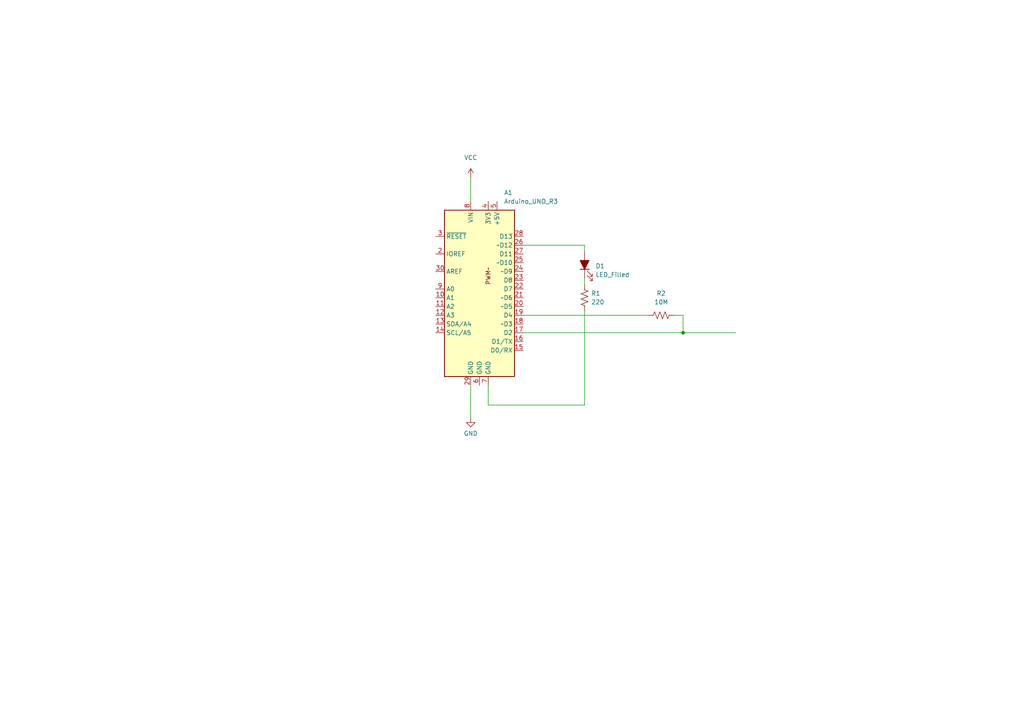
<source format=kicad_sch>
(kicad_sch (version 20211123) (generator eeschema)

  (uuid e63e39d7-6ac0-4ffd-8aa3-1841a4541b55)

  (paper "A4")

  (lib_symbols
    (symbol "Arduino:Arduino_UNO_R3" (in_bom yes) (on_board yes)
      (property "Reference" "A" (id 0) (at -10.16 23.495 0)
        (effects (font (size 1.27 1.27)) (justify left bottom))
      )
      (property "Value" "Arduino_UNO_R3" (id 1) (at 5.08 -26.67 0)
        (effects (font (size 1.27 1.27)) (justify left top))
      )
      (property "Footprint" "Module:Arduino_UNO_R3" (id 2) (at 0 0 90)
        (effects (font (size 1.27 1.27) italic) hide)
      )
      (property "Datasheet" "https://www.arduino.cc/en/Main/arduinoBoardUno" (id 3) (at 43.18 -45.72 0)
        (effects (font (size 1.27 1.27)) hide)
      )
      (property "ki_keywords" "Arduino UNO R3 Microcontroller Module Atmel AVR USB" (id 4) (at 0 0 0)
        (effects (font (size 1.27 1.27)) hide)
      )
      (property "ki_description" "Arduino UNO Microcontroller Module, release 3" (id 5) (at 0 0 0)
        (effects (font (size 1.27 1.27)) hide)
      )
      (property "ki_fp_filters" "Arduino*UNO*R3*" (id 6) (at 0 0 0)
        (effects (font (size 1.27 1.27)) hide)
      )
      (symbol "Arduino_UNO_R3_0_0"
        (text "PWM~" (at 2.54 3.81 900)
          (effects (font (size 1.27 1.27)))
        )
      )
      (symbol "Arduino_UNO_R3_0_1"
        (rectangle (start -10.16 22.86) (end 10.16 -25.4)
          (stroke (width 0.254) (type default) (color 0 0 0 0))
          (fill (type background))
        )
      )
      (symbol "Arduino_UNO_R3_1_1"
        (pin bidirectional line (at -12.7 -2.54 0) (length 2.54)
          (name "A1" (effects (font (size 1.27 1.27))))
          (number "10" (effects (font (size 1.27 1.27))))
        )
        (pin bidirectional line (at -12.7 -5.08 0) (length 2.54)
          (name "A2" (effects (font (size 1.27 1.27))))
          (number "11" (effects (font (size 1.27 1.27))))
        )
        (pin bidirectional line (at -12.7 -7.62 0) (length 2.54)
          (name "A3" (effects (font (size 1.27 1.27))))
          (number "12" (effects (font (size 1.27 1.27))))
        )
        (pin bidirectional line (at -12.7 -10.16 0) (length 2.54)
          (name "SDA/A4" (effects (font (size 1.27 1.27))))
          (number "13" (effects (font (size 1.27 1.27))))
        )
        (pin bidirectional line (at -12.7 -12.7 0) (length 2.54)
          (name "SCL/A5" (effects (font (size 1.27 1.27))))
          (number "14" (effects (font (size 1.27 1.27))))
        )
        (pin bidirectional line (at 12.7 -17.78 180) (length 2.54)
          (name "D0/RX" (effects (font (size 1.27 1.27))))
          (number "15" (effects (font (size 1.27 1.27))))
        )
        (pin bidirectional line (at 12.7 -15.24 180) (length 2.54)
          (name "D1/TX" (effects (font (size 1.27 1.27))))
          (number "16" (effects (font (size 1.27 1.27))))
        )
        (pin bidirectional line (at 12.7 -12.7 180) (length 2.54)
          (name "D2" (effects (font (size 1.27 1.27))))
          (number "17" (effects (font (size 1.27 1.27))))
        )
        (pin bidirectional line (at 12.7 -10.16 180) (length 2.54)
          (name "~D3" (effects (font (size 1.27 1.27))))
          (number "18" (effects (font (size 1.27 1.27))))
        )
        (pin bidirectional line (at 12.7 -7.62 180) (length 2.54)
          (name "D4" (effects (font (size 1.27 1.27))))
          (number "19" (effects (font (size 1.27 1.27))))
        )
        (pin output line (at -12.7 10.16 0) (length 2.54)
          (name "IOREF" (effects (font (size 1.27 1.27))))
          (number "2" (effects (font (size 1.27 1.27))))
        )
        (pin bidirectional line (at 12.7 -5.08 180) (length 2.54)
          (name "~D5" (effects (font (size 1.27 1.27))))
          (number "20" (effects (font (size 1.27 1.27))))
        )
        (pin bidirectional line (at 12.7 -2.54 180) (length 2.54)
          (name "~D6" (effects (font (size 1.27 1.27))))
          (number "21" (effects (font (size 1.27 1.27))))
        )
        (pin bidirectional line (at 12.7 0 180) (length 2.54)
          (name "D7" (effects (font (size 1.27 1.27))))
          (number "22" (effects (font (size 1.27 1.27))))
        )
        (pin bidirectional line (at 12.7 2.54 180) (length 2.54)
          (name "D8" (effects (font (size 1.27 1.27))))
          (number "23" (effects (font (size 1.27 1.27))))
        )
        (pin bidirectional line (at 12.7 5.08 180) (length 2.54)
          (name "~D9" (effects (font (size 1.27 1.27))))
          (number "24" (effects (font (size 1.27 1.27))))
        )
        (pin bidirectional line (at 12.7 7.62 180) (length 2.54)
          (name "~D10" (effects (font (size 1.27 1.27))))
          (number "25" (effects (font (size 1.27 1.27))))
        )
        (pin bidirectional line (at 12.7 12.7 180) (length 2.54)
          (name "~D12" (effects (font (size 1.27 1.27))))
          (number "26" (effects (font (size 1.27 1.27))))
        )
        (pin bidirectional line (at 12.7 10.16 180) (length 2.54)
          (name "D11" (effects (font (size 1.27 1.27))))
          (number "27" (effects (font (size 1.27 1.27))))
        )
        (pin bidirectional line (at 12.7 15.24 180) (length 2.54)
          (name "D13" (effects (font (size 1.27 1.27))))
          (number "28" (effects (font (size 1.27 1.27))))
        )
        (pin power_in line (at -2.54 -27.94 90) (length 2.54)
          (name "GND" (effects (font (size 1.27 1.27))))
          (number "29" (effects (font (size 1.27 1.27))))
        )
        (pin input line (at -12.7 15.24 0) (length 2.54)
          (name "~{RESET}" (effects (font (size 1.27 1.27))))
          (number "3" (effects (font (size 1.27 1.27))))
        )
        (pin input line (at -12.7 5.08 0) (length 2.54)
          (name "AREF" (effects (font (size 1.27 1.27))))
          (number "30" (effects (font (size 1.27 1.27))))
        )
        (pin power_out line (at 2.54 25.4 270) (length 2.54)
          (name "3V3" (effects (font (size 1.27 1.27))))
          (number "4" (effects (font (size 1.27 1.27))))
        )
        (pin power_out line (at 5.08 25.4 270) (length 2.54)
          (name "+5V" (effects (font (size 1.27 1.27))))
          (number "5" (effects (font (size 1.27 1.27))))
        )
        (pin power_in line (at 0 -27.94 90) (length 2.54)
          (name "GND" (effects (font (size 1.27 1.27))))
          (number "6" (effects (font (size 1.27 1.27))))
        )
        (pin power_in line (at 2.54 -27.94 90) (length 2.54)
          (name "GND" (effects (font (size 1.27 1.27))))
          (number "7" (effects (font (size 1.27 1.27))))
        )
        (pin power_in line (at -2.54 25.4 270) (length 2.54)
          (name "VIN" (effects (font (size 1.27 1.27))))
          (number "8" (effects (font (size 1.27 1.27))))
        )
        (pin bidirectional line (at -12.7 0 0) (length 2.54)
          (name "A0" (effects (font (size 1.27 1.27))))
          (number "9" (effects (font (size 1.27 1.27))))
        )
      )
    )
    (symbol "Device:LED_Filled" (pin_numbers hide) (pin_names (offset 1.016) hide) (in_bom yes) (on_board yes)
      (property "Reference" "D" (id 0) (at 0 2.54 0)
        (effects (font (size 1.27 1.27)))
      )
      (property "Value" "LED_Filled" (id 1) (at 0 -2.54 0)
        (effects (font (size 1.27 1.27)))
      )
      (property "Footprint" "" (id 2) (at 0 0 0)
        (effects (font (size 1.27 1.27)) hide)
      )
      (property "Datasheet" "~" (id 3) (at 0 0 0)
        (effects (font (size 1.27 1.27)) hide)
      )
      (property "ki_keywords" "LED diode" (id 4) (at 0 0 0)
        (effects (font (size 1.27 1.27)) hide)
      )
      (property "ki_description" "Light emitting diode, filled shape" (id 5) (at 0 0 0)
        (effects (font (size 1.27 1.27)) hide)
      )
      (property "ki_fp_filters" "LED* LED_SMD:* LED_THT:*" (id 6) (at 0 0 0)
        (effects (font (size 1.27 1.27)) hide)
      )
      (symbol "LED_Filled_0_1"
        (polyline
          (pts
            (xy -1.27 -1.27)
            (xy -1.27 1.27)
          )
          (stroke (width 0.254) (type default) (color 0 0 0 0))
          (fill (type none))
        )
        (polyline
          (pts
            (xy -1.27 0)
            (xy 1.27 0)
          )
          (stroke (width 0) (type default) (color 0 0 0 0))
          (fill (type none))
        )
        (polyline
          (pts
            (xy 1.27 -1.27)
            (xy 1.27 1.27)
            (xy -1.27 0)
            (xy 1.27 -1.27)
          )
          (stroke (width 0.254) (type default) (color 0 0 0 0))
          (fill (type outline))
        )
        (polyline
          (pts
            (xy -3.048 -0.762)
            (xy -4.572 -2.286)
            (xy -3.81 -2.286)
            (xy -4.572 -2.286)
            (xy -4.572 -1.524)
          )
          (stroke (width 0) (type default) (color 0 0 0 0))
          (fill (type none))
        )
        (polyline
          (pts
            (xy -1.778 -0.762)
            (xy -3.302 -2.286)
            (xy -2.54 -2.286)
            (xy -3.302 -2.286)
            (xy -3.302 -1.524)
          )
          (stroke (width 0) (type default) (color 0 0 0 0))
          (fill (type none))
        )
      )
      (symbol "LED_Filled_1_1"
        (pin passive line (at -3.81 0 0) (length 2.54)
          (name "K" (effects (font (size 1.27 1.27))))
          (number "1" (effects (font (size 1.27 1.27))))
        )
        (pin passive line (at 3.81 0 180) (length 2.54)
          (name "A" (effects (font (size 1.27 1.27))))
          (number "2" (effects (font (size 1.27 1.27))))
        )
      )
    )
    (symbol "Device:R_US" (pin_numbers hide) (pin_names (offset 0)) (in_bom yes) (on_board yes)
      (property "Reference" "R" (id 0) (at 2.54 0 90)
        (effects (font (size 1.27 1.27)))
      )
      (property "Value" "R_US" (id 1) (at -2.54 0 90)
        (effects (font (size 1.27 1.27)))
      )
      (property "Footprint" "" (id 2) (at 1.016 -0.254 90)
        (effects (font (size 1.27 1.27)) hide)
      )
      (property "Datasheet" "~" (id 3) (at 0 0 0)
        (effects (font (size 1.27 1.27)) hide)
      )
      (property "ki_keywords" "R res resistor" (id 4) (at 0 0 0)
        (effects (font (size 1.27 1.27)) hide)
      )
      (property "ki_description" "Resistor, US symbol" (id 5) (at 0 0 0)
        (effects (font (size 1.27 1.27)) hide)
      )
      (property "ki_fp_filters" "R_*" (id 6) (at 0 0 0)
        (effects (font (size 1.27 1.27)) hide)
      )
      (symbol "R_US_0_1"
        (polyline
          (pts
            (xy 0 -2.286)
            (xy 0 -2.54)
          )
          (stroke (width 0) (type default) (color 0 0 0 0))
          (fill (type none))
        )
        (polyline
          (pts
            (xy 0 2.286)
            (xy 0 2.54)
          )
          (stroke (width 0) (type default) (color 0 0 0 0))
          (fill (type none))
        )
        (polyline
          (pts
            (xy 0 -0.762)
            (xy 1.016 -1.143)
            (xy 0 -1.524)
            (xy -1.016 -1.905)
            (xy 0 -2.286)
          )
          (stroke (width 0) (type default) (color 0 0 0 0))
          (fill (type none))
        )
        (polyline
          (pts
            (xy 0 0.762)
            (xy 1.016 0.381)
            (xy 0 0)
            (xy -1.016 -0.381)
            (xy 0 -0.762)
          )
          (stroke (width 0) (type default) (color 0 0 0 0))
          (fill (type none))
        )
        (polyline
          (pts
            (xy 0 2.286)
            (xy 1.016 1.905)
            (xy 0 1.524)
            (xy -1.016 1.143)
            (xy 0 0.762)
          )
          (stroke (width 0) (type default) (color 0 0 0 0))
          (fill (type none))
        )
      )
      (symbol "R_US_1_1"
        (pin passive line (at 0 3.81 270) (length 1.27)
          (name "~" (effects (font (size 1.27 1.27))))
          (number "1" (effects (font (size 1.27 1.27))))
        )
        (pin passive line (at 0 -3.81 90) (length 1.27)
          (name "~" (effects (font (size 1.27 1.27))))
          (number "2" (effects (font (size 1.27 1.27))))
        )
      )
    )
    (symbol "power:GND" (power) (pin_names (offset 0)) (in_bom yes) (on_board yes)
      (property "Reference" "#PWR" (id 0) (at 0 -6.35 0)
        (effects (font (size 1.27 1.27)) hide)
      )
      (property "Value" "GND" (id 1) (at 0 -3.81 0)
        (effects (font (size 1.27 1.27)))
      )
      (property "Footprint" "" (id 2) (at 0 0 0)
        (effects (font (size 1.27 1.27)) hide)
      )
      (property "Datasheet" "" (id 3) (at 0 0 0)
        (effects (font (size 1.27 1.27)) hide)
      )
      (property "ki_keywords" "power-flag" (id 4) (at 0 0 0)
        (effects (font (size 1.27 1.27)) hide)
      )
      (property "ki_description" "Power symbol creates a global label with name \"GND\" , ground" (id 5) (at 0 0 0)
        (effects (font (size 1.27 1.27)) hide)
      )
      (symbol "GND_0_1"
        (polyline
          (pts
            (xy 0 0)
            (xy 0 -1.27)
            (xy 1.27 -1.27)
            (xy 0 -2.54)
            (xy -1.27 -1.27)
            (xy 0 -1.27)
          )
          (stroke (width 0) (type default) (color 0 0 0 0))
          (fill (type none))
        )
      )
      (symbol "GND_1_1"
        (pin power_in line (at 0 0 270) (length 0) hide
          (name "GND" (effects (font (size 1.27 1.27))))
          (number "1" (effects (font (size 1.27 1.27))))
        )
      )
    )
    (symbol "power:VCC" (power) (pin_names (offset 0)) (in_bom yes) (on_board yes)
      (property "Reference" "#PWR" (id 0) (at 0 -3.81 0)
        (effects (font (size 1.27 1.27)) hide)
      )
      (property "Value" "VCC" (id 1) (at 0 3.81 0)
        (effects (font (size 1.27 1.27)))
      )
      (property "Footprint" "" (id 2) (at 0 0 0)
        (effects (font (size 1.27 1.27)) hide)
      )
      (property "Datasheet" "" (id 3) (at 0 0 0)
        (effects (font (size 1.27 1.27)) hide)
      )
      (property "ki_keywords" "power-flag" (id 4) (at 0 0 0)
        (effects (font (size 1.27 1.27)) hide)
      )
      (property "ki_description" "Power symbol creates a global label with name \"VCC\"" (id 5) (at 0 0 0)
        (effects (font (size 1.27 1.27)) hide)
      )
      (symbol "VCC_0_1"
        (polyline
          (pts
            (xy -0.762 1.27)
            (xy 0 2.54)
          )
          (stroke (width 0) (type default) (color 0 0 0 0))
          (fill (type none))
        )
        (polyline
          (pts
            (xy 0 0)
            (xy 0 2.54)
          )
          (stroke (width 0) (type default) (color 0 0 0 0))
          (fill (type none))
        )
        (polyline
          (pts
            (xy 0 2.54)
            (xy 0.762 1.27)
          )
          (stroke (width 0) (type default) (color 0 0 0 0))
          (fill (type none))
        )
      )
      (symbol "VCC_1_1"
        (pin power_in line (at 0 0 90) (length 0) hide
          (name "VCC" (effects (font (size 1.27 1.27))))
          (number "1" (effects (font (size 1.27 1.27))))
        )
      )
    )
  )

  (junction (at 198.12 96.52) (diameter 0) (color 0 0 0 0)
    (uuid 82030ebe-2af2-4ff6-97a8-7ff9a754f77b)
  )

  (wire (pts (xy 151.765 96.52) (xy 198.12 96.52))
    (stroke (width 0) (type default) (color 0 0 0 0))
    (uuid 1cdd8f61-91d6-404a-9684-659f8bf57fc2)
  )
  (wire (pts (xy 195.58 91.44) (xy 198.12 91.44))
    (stroke (width 0) (type default) (color 0 0 0 0))
    (uuid 20c3f022-5079-4eae-9900-28b461c3aa7f)
  )
  (wire (pts (xy 169.545 71.12) (xy 169.545 73.025))
    (stroke (width 0) (type default) (color 0 0 0 0))
    (uuid 4d52a372-9420-451c-af50-8f5f380e48e0)
  )
  (wire (pts (xy 136.525 51.435) (xy 136.525 58.42))
    (stroke (width 0) (type default) (color 0 0 0 0))
    (uuid 62481466-de7d-411e-b3f7-ccc889ed8db0)
  )
  (wire (pts (xy 198.12 96.52) (xy 213.36 96.52))
    (stroke (width 0) (type default) (color 0 0 0 0))
    (uuid 631af932-3037-42ba-bbda-83f0e7a592d3)
  )
  (wire (pts (xy 169.545 80.645) (xy 169.545 82.55))
    (stroke (width 0) (type default) (color 0 0 0 0))
    (uuid 8630b84c-977d-46f6-b361-9f09f17539a8)
  )
  (wire (pts (xy 169.545 90.17) (xy 169.545 117.475))
    (stroke (width 0) (type default) (color 0 0 0 0))
    (uuid 9498e696-544f-4a25-bc22-1d554d4dc8fd)
  )
  (wire (pts (xy 151.765 91.44) (xy 187.96 91.44))
    (stroke (width 0) (type default) (color 0 0 0 0))
    (uuid 9a7656e0-c42d-4969-98ee-889475de29b9)
  )
  (wire (pts (xy 141.605 117.475) (xy 141.605 111.76))
    (stroke (width 0) (type default) (color 0 0 0 0))
    (uuid b00d3b1e-1bfe-40cc-af47-b01fb18f5bdb)
  )
  (wire (pts (xy 136.525 111.76) (xy 136.525 121.285))
    (stroke (width 0) (type default) (color 0 0 0 0))
    (uuid c776054b-0b03-418f-90d7-443c68372e95)
  )
  (wire (pts (xy 169.545 117.475) (xy 141.605 117.475))
    (stroke (width 0) (type default) (color 0 0 0 0))
    (uuid e27fa459-cc30-4b43-905a-e299641cf2ae)
  )
  (wire (pts (xy 198.12 91.44) (xy 198.12 96.52))
    (stroke (width 0) (type default) (color 0 0 0 0))
    (uuid f8abaf71-c74d-4835-bb9d-ca43179a7941)
  )
  (wire (pts (xy 151.765 71.12) (xy 169.545 71.12))
    (stroke (width 0) (type default) (color 0 0 0 0))
    (uuid ffd42542-f7f1-41be-8366-e4107b8fdea2)
  )

  (symbol (lib_id "power:VCC") (at 136.525 51.435 0) (unit 1)
    (in_bom yes) (on_board yes) (fields_autoplaced)
    (uuid 051fdfdb-a29b-4951-825a-0fb35e015e4d)
    (property "Reference" "#PWR?" (id 0) (at 136.525 55.245 0)
      (effects (font (size 1.27 1.27)) hide)
    )
    (property "Value" "" (id 1) (at 136.525 45.72 0))
    (property "Footprint" "" (id 2) (at 136.525 51.435 0)
      (effects (font (size 1.27 1.27)) hide)
    )
    (property "Datasheet" "" (id 3) (at 136.525 51.435 0)
      (effects (font (size 1.27 1.27)) hide)
    )
    (pin "1" (uuid 614d1fc7-a51b-45d2-89d5-4d0c0505dcde))
  )

  (symbol (lib_id "Device:R_US") (at 169.545 86.36 0) (unit 1)
    (in_bom yes) (on_board yes) (fields_autoplaced)
    (uuid 1b43b0f1-3603-4533-b8c5-30aff6cc5ebb)
    (property "Reference" "R1" (id 0) (at 171.45 85.0899 0)
      (effects (font (size 1.27 1.27)) (justify left))
    )
    (property "Value" "" (id 1) (at 171.45 87.6299 0)
      (effects (font (size 1.27 1.27)) (justify left))
    )
    (property "Footprint" "" (id 2) (at 170.561 86.614 90)
      (effects (font (size 1.27 1.27)) hide)
    )
    (property "Datasheet" "~" (id 3) (at 169.545 86.36 0)
      (effects (font (size 1.27 1.27)) hide)
    )
    (pin "1" (uuid 5039f9ed-3687-480a-b451-438b92d2c07f))
    (pin "2" (uuid 63e61c71-224b-4a45-a318-e6a3057bc573))
  )

  (symbol (lib_id "Device:R_US") (at 191.77 91.44 90) (unit 1)
    (in_bom yes) (on_board yes) (fields_autoplaced)
    (uuid 7f5d4b80-85fa-41b4-8798-8171f9f34da2)
    (property "Reference" "R2" (id 0) (at 191.77 85.09 90))
    (property "Value" "" (id 1) (at 191.77 87.63 90))
    (property "Footprint" "" (id 2) (at 192.024 90.424 90)
      (effects (font (size 1.27 1.27)) hide)
    )
    (property "Datasheet" "~" (id 3) (at 191.77 91.44 0)
      (effects (font (size 1.27 1.27)) hide)
    )
    (pin "1" (uuid 8be8d604-5f9c-4c81-a719-cae6d25dfadc))
    (pin "2" (uuid fd4efd5f-cfec-44b2-af2d-0803b79fdf25))
  )

  (symbol (lib_id "Arduino:Arduino_UNO_R3") (at 139.065 83.82 0) (unit 1)
    (in_bom yes) (on_board yes) (fields_autoplaced)
    (uuid 9f8381e9-3077-4453-a480-a01ad9c1a940)
    (property "Reference" "A1" (id 0) (at 146.1644 55.88 0)
      (effects (font (size 1.27 1.27)) (justify left))
    )
    (property "Value" "" (id 1) (at 146.1644 58.42 0)
      (effects (font (size 1.27 1.27)) (justify left))
    )
    (property "Footprint" "" (id 2) (at 139.065 83.82 90)
      (effects (font (size 1.27 1.27) italic) hide)
    )
    (property "Datasheet" "https://www.arduino.cc/en/Main/arduinoBoardUno" (id 3) (at 182.245 129.54 0)
      (effects (font (size 1.27 1.27)) hide)
    )
    (pin "10" (uuid ec31c074-17b2-48e1-ab01-071acad3fa04))
    (pin "11" (uuid 60dcd1fe-7079-4cb8-b509-04558ccf5097))
    (pin "12" (uuid c5eb1e4c-ce83-470e-8f32-e20ff1f886a3))
    (pin "13" (uuid 85b7594c-358f-454b-b2ad-dd0b1d67ed76))
    (pin "14" (uuid 16bd6381-8ac0-4bf2-9dce-ecc20c724b8d))
    (pin "15" (uuid a5cd8da1-8f7f-4f80-bb23-0317de562222))
    (pin "16" (uuid 4f66b314-0f62-4fb6-8c3c-f9c6a75cd3ec))
    (pin "17" (uuid 01e9b6e7-adf9-4ee7-9447-a588630ee4a2))
    (pin "18" (uuid ca87f11b-5f48-4b57-8535-68d3ec2fe5a9))
    (pin "19" (uuid 7d928d56-093a-4ca8-aed1-414b7e703b45))
    (pin "2" (uuid 8a650ebf-3f78-4ca4-a26b-a5028693e36d))
    (pin "20" (uuid 730b670c-9bcf-4dcd-9a8d-fcaa61fb0955))
    (pin "21" (uuid abe07c9a-17c3-43b5-b7a6-ae867ac27ea7))
    (pin "22" (uuid 0c3dceba-7c95-4b3d-b590-0eb581444beb))
    (pin "23" (uuid 965308c8-e014-459a-b9db-b8493a601c62))
    (pin "24" (uuid b1c649b1-f44d-46c7-9dea-818e75a1b87e))
    (pin "25" (uuid f3628265-0155-43e2-a467-c40ff783e265))
    (pin "26" (uuid 6595b9c7-02ee-4647-bde5-6b566e35163e))
    (pin "27" (uuid b7199d9b-bebb-4100-9ad3-c2bd31e21d65))
    (pin "28" (uuid 770ad51a-7219-4633-b24a-bd20feb0a6c5))
    (pin "29" (uuid 16a9ae8c-3ad2-439b-8efe-377c994670c7))
    (pin "3" (uuid db36f6e3-e72a-487f-bda9-88cc84536f62))
    (pin "30" (uuid e4c6fdbb-fdc7-4ad4-a516-240d84cdc120))
    (pin "4" (uuid 789ca812-3e0c-4a3f-97bc-a916dd9bce80))
    (pin "5" (uuid e6b860cc-cb76-4220-acfb-68f1eb348bfa))
    (pin "6" (uuid cdfb07af-801b-44ba-8c30-d021a6ad3039))
    (pin "7" (uuid a17904b9-135e-4dae-ae20-401c7787de72))
    (pin "8" (uuid f202141e-c20d-4cac-b016-06a44f2ecce8))
    (pin "9" (uuid 182b2d54-931d-49d6-9f39-60a752623e36))
  )

  (symbol (lib_id "power:GND") (at 136.525 121.285 0) (unit 1)
    (in_bom yes) (on_board yes) (fields_autoplaced)
    (uuid aa3770c8-6fee-4c0d-b7f3-51a45d65d295)
    (property "Reference" "#PWR?" (id 0) (at 136.525 127.635 0)
      (effects (font (size 1.27 1.27)) hide)
    )
    (property "Value" "" (id 1) (at 136.525 125.73 0))
    (property "Footprint" "" (id 2) (at 136.525 121.285 0)
      (effects (font (size 1.27 1.27)) hide)
    )
    (property "Datasheet" "" (id 3) (at 136.525 121.285 0)
      (effects (font (size 1.27 1.27)) hide)
    )
    (pin "1" (uuid 2194fe1e-a0ad-4b81-af13-2beaff438585))
  )

  (symbol (lib_id "Device:LED_Filled") (at 169.545 76.835 90) (unit 1)
    (in_bom yes) (on_board yes) (fields_autoplaced)
    (uuid e61e3b10-16bb-45fa-9a42-277efd2ec104)
    (property "Reference" "D1" (id 0) (at 172.72 77.1524 90)
      (effects (font (size 1.27 1.27)) (justify right))
    )
    (property "Value" "" (id 1) (at 172.72 79.6924 90)
      (effects (font (size 1.27 1.27)) (justify right))
    )
    (property "Footprint" "" (id 2) (at 169.545 76.835 0)
      (effects (font (size 1.27 1.27)) hide)
    )
    (property "Datasheet" "~" (id 3) (at 169.545 76.835 0)
      (effects (font (size 1.27 1.27)) hide)
    )
    (pin "1" (uuid 7b1f2f40-abe7-4adb-bfe4-3f1a7f99a0f2))
    (pin "2" (uuid 3581de8b-daeb-467a-8039-51714599e4ba))
  )

  (sheet_instances
    (path "/" (page "1"))
  )

  (symbol_instances
    (path "/051fdfdb-a29b-4951-825a-0fb35e015e4d"
      (reference "#PWR?") (unit 1) (value "VCC") (footprint "")
    )
    (path "/aa3770c8-6fee-4c0d-b7f3-51a45d65d295"
      (reference "#PWR?") (unit 1) (value "GND") (footprint "")
    )
    (path "/9f8381e9-3077-4453-a480-a01ad9c1a940"
      (reference "A1") (unit 1) (value "Arduino_UNO_R3") (footprint "Module:Arduino_UNO_R3")
    )
    (path "/e61e3b10-16bb-45fa-9a42-277efd2ec104"
      (reference "D1") (unit 1) (value "LED_Filled") (footprint "")
    )
    (path "/1b43b0f1-3603-4533-b8c5-30aff6cc5ebb"
      (reference "R1") (unit 1) (value "220") (footprint "")
    )
    (path "/7f5d4b80-85fa-41b4-8798-8171f9f34da2"
      (reference "R2") (unit 1) (value "10M") (footprint "")
    )
  )
)

</source>
